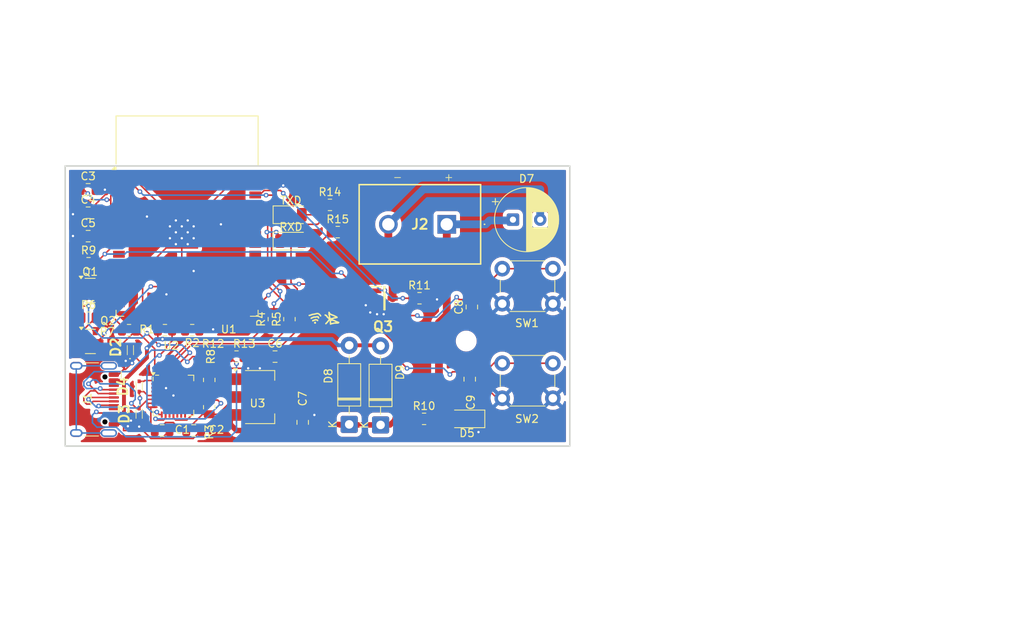
<source format=kicad_pcb>
(kicad_pcb (version 20241229) (generator "pcbnew") (generator_version "9.0")
  (layers (0 "F.Cu" signal) (2 "B.Cu" signal) (13 "F.Paste" user) (15 "B.Paste" user) (5 "F.SilkS" user "F.Silkscreen") (7 "B.SilkS" user "B.Silkscreen") (1 "F.Mask" user) (3 "B.Mask" user) (25 "Edge.Cuts" user))
  (net 0 "")
  (net 1 "GND")
  (net 2 "/EN")
  (net 3 "IN_5V")
  (net 4 "/USB-")
  (net 5 "/USB+")
  (net 6 "Net-(D5-A)")
  (net 7 "unconnected-(J1-SHIELD-PadS1)")
  (net 8 "Net-(J1-CC1)")
  (net 9 "Net-(J1-CC2)")
  (net 10 "Net-(J2-Pin_2)")
  (net 11 "Net-(Q1-B)")
  (net 12 "/RTS")
  (net 13 "/IO0")
  (net 14 "Net-(Q2-B)")
  (net 15 "/DTR")
  (net 16 "Net-(Q3-G)")
  (net 17 "Net-(U2-VBUS)")
  (net 18 "Net-(U2-~{RST})")
  (net 19 "/TXD0")
  (net 20 "/TXD")
  (net 21 "/RXD")
  (net 22 "/RXD0")
  (net 23 "Net-(U2-~{SUSPEND})")
  (net 69 "VDD33")
  (net 70 "VBUS")
  (net 71 "Net-(D1-A)")
  (net 72 "Net-(D6-A)")
  (footprint "SamacSys_Parts:LESD5D50CT1G" (layer "F.Cu") (at 59 114.34 90)
    (property "Reference" "D4")
    (property "Value" "LESD5D5.0CT1G" (hide yes))
  )
  (footprint "Capacitor_SMD:C_0805_2012Metric" (layer "F.Cu") (at 52.45 95.02)
    (property "Reference" "C5")
    (property "Value" "0.1uF/50V(10%)")
  )
  (footprint "Package_DFN_QFN:QFN-28-1EP_5x5mm_P0.5mm_EP3.35x3.35mm" (layer "F.Cu") (at 63.4 115.5)
    (property "Reference" "U2")
    (property "Value" "CP2102N-Axx-xQFN28")
  )
  (footprint "Resistor_SMD:R_0805_2012Metric" (layer "F.Cu") (at 95.5875 118.5)
    (property "Reference" "R10")
    (property "Value" "2K")
  )
  (footprint "Button_Switch_THT:SW_PUSH_6mm_H4.3mm" (layer "F.Cu") (at 112.125 103.7 180)
    (property "Reference" "SW1")
    (property "Value" "SW_Push")
  )
  (footprint "SamacSys_Parts:LESD5D50CT1G" (layer "F.Cu") (at 59 117.84 -90)
    (property "Reference" "D3")
    (property "Value" "LESD5D5.0CT1G" (hide yes))
  )
  (footprint "Package_TO_SOT_SMD:SOT-23" (layer "F.Cu") (at 52.7 102)
    (property "Reference" "Q1")
    (property "Value" "SS8050")
  )
  (footprint "Resistor_SMD:R_0805_2012Metric" (layer "F.Cu") (at 68 117 90)
    (property "Reference" "R3")
    (property "Value" "2K(5%)")
  )
  (footprint "SamacSys_Parts:LESD5D50CT1G" (layer "F.Cu") (at 57.875 109.665 90)
    (property "Reference" "D2")
    (property "Value" "LESD5D5.0CT1G" (hide yes))
  )
  (footprint "Capacitor_SMD:C_0805_2012Metric" (layer "F.Cu") (at 101.725 104.125 90)
    (property "Reference" "C8")
    (property "Value" "0.1uF")
  )
  (footprint "LOGO" (layer "F.Cu") (at 81.804516 105.167182)
    (property "Reference" "G***" (hide yes))
    (property "Value" "LOGO" (hide yes))
  )
  (footprint "Capacitor_SMD:C_0805_2012Metric" (layer "F.Cu") (at 66 120 180)
    (property "Reference" "C2")
    (property "Value" "0.1uF/50V(10%)")
  )
  (footprint "Capacitor_SMD:C_0805_2012Metric" (layer "F.Cu") (at 80 118.95 90)
    (property "Reference" "C7")
    (property "Value" "22uF")
  )
  (footprint "Resistor_SMD:R_0805_2012Metric" (layer "F.Cu") (at 68 113.5 90)
    (property "Reference" "R8")
    (property "Value" "10K(5%)NC")
  )
  (footprint "Resistor_SMD:R_0805_2012Metric" (layer "F.Cu") (at 83.5 91)
    (property "Reference" "R14")
    (property "Value" "2.2K")
  )
  (footprint "Capacitor_SMD:C_0805_2012Metric" (layer "F.Cu") (at 52.45 92.01)
    (property "Reference" "C4")
    (property "Value" "22uF/10V(20%)")
  )
  (footprint "Resistor_SMD:R_0805_2012Metric" (layer "F.Cu") (at 52.5 105.5)
    (property "Reference" "R6")
    (property "Value" "10K(5%)")
  )
  (footprint "Resistor_SMD:R_0805_2012Metric" (layer "F.Cu") (at 65.8125 107.1 180)
    (property "Reference" "R2")
    (property "Value" "47.5k(1%)")
  )
  (footprint "Button_Switch_THT:SW_PUSH_6mm_H4.3mm" (layer "F.Cu") (at 112.125 115.85 180)
    (property "Reference" "SW2")
    (property "Value" "SW_Push")
  )
  (footprint "Resistor_SMD:R_0805_2012Metric" (layer "F.Cu") (at 68.0875 110.5)
    (property "Reference" "R12")
    (property "Value" "5.1k")
  )
  (footprint "RF_Module:ESP32-WROOM-32" (layer "F.Cu") (at 65.155 95.435)
    (property "Reference" "U1")
    (property "Value" "ESP32-WROOM-32")
  )
  (footprint "SamacSys_Parts:SOT95P237X112-3N" (layer "F.Cu") (at 90.5 103)
    (property "Reference" "Q3")
    (property "Value" "IRLML2502TRPBF" (hide yes))
  )
  (footprint "Package_TO_SOT_SMD:SOT-223-3_TabPin2" (layer "F.Cu") (at 74.5 115.7)
    (property "Reference" "U3")
    (property "Value" "AMS1117-3.3")
  )
  (footprint "Diode_THT:D_DO-41_SOD81_P10.16mm_Horizontal" (layer "F.Cu") (at 85.975 119.21 90)
    (property "Reference" "D8")
    (property "Value" "1N5819")
  )
  (footprint "Resistor_SMD:R_0805_2012Metric" (layer "F.Cu") (at 62.3125 107.1)
    (property "Reference" "R1")
    (property "Value" "22.1K(1%)")
  )
  (footprint "LED_SMD:LED_1206_3216Metric" (layer "F.Cu") (at 78.49 92.27)
    (property "Reference" "TXD")
    (property "Value" "LED")
  )
  (footprint "Connector_USB:USB_C_Receptacle_HCTL_HC-TYPE-C-16P-01A" (layer "F.Cu") (at 52 116 -90)
    (property "Reference" "J1")
    (property "Value" "USB_C_Receptacle_USB2.0_14P")
  )
  (footprint "Resistor_SMD:R_0805_2012Metric" (layer "F.Cu") (at 71.5 110.5)
    (property "Reference" "R13")
    (property "Value" "5.1K")
  )
  (footprint "LED_SMD:LED_1206_3216Metric" (layer "F.Cu") (at 101.1 118.5 180)
    (property "Reference" "D5")
    (property "Value" "LED")
  )
  (footprint "Resistor_SMD:R_0805_2012Metric" (layer "F.Cu") (at 95 103)
    (property "Reference" "R11")
    (property "Value" "33K")
  )
  (footprint "Resistor_SMD:R_0805_2012Metric" (layer "F.Cu") (at 78.3 105.6875 90)
    (property "Reference" "R5")
    (property "Value" "0R")
  )
  (footprint "SamacSys_Parts:TB00475002GR" (layer "F.Cu") (at 98.5 93.5 180)
    (property "Reference" "J2")
    (property "Value" "Screw_Terminal_01x02" (hide yes))
  )
  (footprint "Capacitor_SMD:C_0805_2012Metric" (layer "F.Cu") (at 76.45 110.5)
    (property "Reference" "C6")
    (property "Value" "22uF")
  )
  (footprint "Resistor_SMD:R_0805_2012Metric" (layer "F.Cu") (at 84.5 94.5)
    (property "Reference" "R15")
    (property "Value" "2.2K")
  )
  (footprint "Capacitor_SMD:C_0805_2012Metric" (layer "F.Cu") (at 52.45 89)
    (property "Reference" "C3")
    (property "Value" "0.1uF/50V(10%)")
  )
  (footprint "Capacitor_THT:CP_Radial_D8.0mm_P3.50mm" (layer "F.Cu") (at 107 92.9)
    (property "Reference" "D7")
    (property "Value" "1000uF")
  )
  (footprint "Diode_THT:D_DO-41_SOD81_P10.16mm_Horizontal" (layer "F.Cu") (at 90 119.28 90)
    (property "Reference" "D9")
    (property "Value" "1N5819")
  )
  (footprint "Resistor_SMD:R_0805_2012Metric" (layer "F.Cu") (at 76.3 105.6875 90)
    (property "Reference" "R4")
    (property "Value" "0R")
  )
  (footprint "Package_TO_SOT_SMD:SOT-23" (layer "F.Cu") (at 52.7375 108.55)
    (property "Reference" "Q2")
    (property "Value" "SS8050")
  )
  (footprint "LED_SMD:LED_1206_3216Metric" (layer "F.Cu") (at 78.49 95.66)
    (property "Reference" "RXD")
    (property "Value" "LED")
  )
  (footprint "Capacitor_SMD:C_0805_2012Metric" (layer "F.Cu") (at 101.45 113.4 90)
    (property "Reference" "C9")
    (property "Value" "0.1uF")
  )
  (footprint "Resistor_SMD:R_0805_2012Metric" (layer "F.Cu") (at 52.5 98.5)
    (property "Reference" "R9")
    (property "Value" "10K(5%)")
  )
  (footprint "Resistor_SMD:R_0805_2012Metric" (layer "F.Cu") (at 57.7 107.1 180)
    (property "Reference" "R7")
    (property "Value" "10K(5%)")
  )
  (footprint "MountingHole:MountingHole_2.2mm_M2" (layer "F.Cu") (at 101 108.5)
    (property "Reference" "REF**" (hide yes))
    (property "Value" "MountingHole_2.2mm_M2")
  )
  (footprint "Capacitor_SMD:C_0805_2012Metric" (layer "F.Cu") (at 61.95 120 180)
    (property "Reference" "C1")
    (property "Value" "10uF/10V(20%)")
  )
  (gr_rect (start 49.5 86) (end 114.3 122) (stroke (width 0.2)) (fill no) (layer "Edge.Cuts"))
  (gr_text "-       +\n" (at 91.5 88 0) (layer "F.SilkS") (effects (font (size 1 1) (thickness 0.1)) (justify left bottom)))
  (segment (start 66.95 120) (end 65.924 121.026) (width 0.2) (layer "F.Cu") (net 1))
  (segment (start 60.51484 121.026) (end 59 119.51116) (width 0.2) (layer "F.Cu") (net 1))
  (segment (start 59.6 113.68) (end 59 113.68) (width 0.2) (layer "F.Cu") (net 1))
  (segment (start 57.8975 87.185) (end 63.7125 93) (width 0.2) (layer "F.Cu") (net 1))
  (segment (start 59.706 113.574) (end 59.6 113.68) (width 0.2) (layer "F.Cu") (net 1))
  (segment (start 104.25 105.075) (end 105.625 103.7) (width 0.2) (layer "F.Cu") (net 1))
  (segment (start 64.475 96.05) (end 64.475 97.975) (width 0.2) (layer "F.Cu") (net 1))
  (segment (start 51.5 92.01) (end 50.69 92.01) (width 0.2) (layer "F.Cu") (net 1))
  (segment (start 62.9 120) (end 61.874 121.026) (width 0.2) (layer "F.Cu") (net 1))
  (segment (start 66.725 107.1) (end 68.4 107.1) (width 0.2) (layer "F.Cu") (net 1))
  (segment (start 62.9 115) (end 63.4 115.5) (width 0.2) (layer "F.Cu") (net 1))
  (segment (start 69 110.5) (end 70.5 112) (width 0.2) (layer "F.Cu") (net 1))
  (segment (start 57.275 109.605) (end 57.275 111.05) (width 0.2) (layer "F.Cu") (net 1))
  (segment (start 61.874 121.026) (end 60.51484 121.026) (width 0.2) (layer "F.Cu") (net 1))
  (segment (start 71.815 87.185) (end 66 93) (width 0.2) (layer "F.Cu") (net 1))
  (segment (start 51.5 95.02) (end 50.52 95.02) (width 0.2) (layer "F.Cu") (net 1))
  (segment (start 97.1 103) (end 97.25 103.15) (width 0.2) (layer "F.Cu") (net 1))
  (segment (start 68.4 107.1) (end 68.5 107) (width 0.2) (layer "F.Cu") (net 1))
  (segment (start 77.4 110.5) (end 75.9 112) (width 0.2) (layer "F.Cu") (net 1))
  (segment (start 55.745 112.8) (end 56.35147 112.8) (width 0.2) (layer "F.Cu") (net 1))
  (segment (start 57 119.2) (end 57.475 119.2) (width 0.2) (layer "F.Cu") (net 1))
  (segment (start 72.4125 110.5) (end 72.4125 111.4125) (width 0.2) (layer "F.Cu") (net 1))
  (segment (start 89.45 103.95) (end 89.45 104.95) (width 0.2) (layer "F.Cu") (net 1))
  (segment (start 59.445 104.945) (end 59.445 104.555) (width 0.2) (layer "F.Cu") (net 1))
  (segment (start 69 111.5875) (end 68 112.5875) (width 0.2) (layer "F.Cu") (net 1))
  (segment (start 57.249265 112.150735) (end 58.075 111.325) (width 0.2) (layer "F.Cu") (net 1))
  (segment (start 56.35147 112.8) (end 57.000735 112.150735) (width 0.2) (layer "F.Cu") (net 1))
  (segment (start 62.45 114.55) (end 63.4 115.5) (width 0.2) (layer "F.Cu") (net 1))
  (segment (start 59 119.51116) (end 59 119.5) (width 0.2) (layer "F.Cu") (net 1))
  (segment (start 62.95 94.525) (end 62.025 94.525) (width 0.2) (layer "F.Cu") (net 1))
  (segment (start 59 119.5) (end 58.5 120) (width 0.2) (layer "F.Cu") (net 1))
  (segment (start 60.95 115) (end 62.9 115) (width 0.2) (layer "F.Cu") (net 1))
  (segment (start 59.445 99.555) (end 62.95 96.05) (width 0.2) (layer "F.Cu") (net 1))
  (segment (start 57.3 119.2) (end 57.55 119.45) (width 0.2) (layer "F.Cu") (net 1))
  (segment (start 62.45 114.55) (end 61.474 113.574) (width 0.2) (layer "F.Cu") (net 1))
  (segment (start 55.815 87.185) (end 54.6 88.4) (width 0.2) (layer "F.Cu") (net 1))
  (segment (start 50.52 95.02) (end 50.5 95) (width 0.2) (layer "F.Cu") (net 1))
  (segment (start 56.405 87.185) (end 55.815 87.185) (width 0.2) (layer "F.Cu") (net 1))
  (segment (start 76.185 87.185) (end 77.5 88.5) (width 0.2) (layer "F.Cu") (net 1))
  (segment (start 54.55 89) (end 54.6 89.05) (width 0.2) (layer "F.Cu") (net 1))
  (segment (start 73.905 87.185) (end 76.185 87.185) (width 0.2) (layer "F.Cu") (net 1))
  (segment (start 66 94.525) (end 68.475 94.525) (width 0.2) (layer "F.Cu") (net 1))
  (segment (start 57.100735 112.050735) (end 56.511583 111.461583) (width 0.2) (layer "F.Cu") (net 1))
  (segment (start 58.855 118.645) (end 58.775 118.725) (width 0.2) (layer "F.Cu") (net 1))
  (segment (start 57.000735 112.150735) (end 57.100735 112.050735) (width 0.2) (layer "F.Cu") (net 1))
  (segment (start 72.4125 111.4125) (end 73 112) (width 0.2) (layer "F.Cu") (net 1))
  (segment (start 59.445 104.945) (end 59.445 99.555) (width 0.2) (layer "F.Cu") (net 1))
  (segment (start 53.4 89) (end 54.55 89) (width 0.2) (layer "F.Cu") (net 1))
  (segment (start 103.45 114.35) (end 104.75 115.65) (width 0.2) (layer "F.Cu") (net 1))
  (segment (start 57.100735 112.050735) (end 57.100735 111.224265) (width 0.2) (layer "F.Cu") (net 1))
  (segment (start 56.405 87.185) (end 57.8975 87.185) (width 0.2) (layer "F.Cu") (net 1))
  (segment (start 58.5 120) (end 57 120) (width 0.2) (layer "F.Cu") (net 1))
  (segment (start 64.475 97.975) (end 66 99.5) (width 0.2) (layer "F.Cu") (net 1))
  (segment (start 65.924 121.026) (end 61.874 121.026) (width 0.2) (layer "F.Cu") (net 1))
  (segment (start 57.875 109.005) (end 57.275 109.605) (width 0.2) (layer "F.Cu") (net 1))
  (segment (start 57.000735 112.150735) (end 57.249265 112.150735) (width 0.2) (layer "F.Cu") (net 1))
  (segment (start 62.025 94.525) (end 60 92.5) (width 0.2) (layer "F.Cu") (net 1))
  (segment (start 95.9125 103) (end 97.1 103) (width 0.2) (layer "F.Cu") (net 1))
  (segment (start 102.5 118.5) (end 102.5 120.125) (width 0.2) (layer "F.Cu") (net 1))
  (segment (start 73 112) (end 70.5 112) (width 0.2) (layer "F.Cu") (net 1))
  (segment (start 66 94.525) (end 66 95.2875) (width 0.2) (layer "F.Cu") (net 1))
  (segment (start 101.725 105.075) (end 104.25 105.075) (width 0.2) (layer "F.Cu") (net 1))
  (segment (start 89.45 103.95) (end 89.45 104.1) (width 0.2) (layer "F.Cu") (net 1))
  (segment (start 89.45 104.95) (end 89.55 105.05) (width 0.2) (layer "F.Cu") (net 1))
  (segment (start 55.745 119.2) (end 57 119.2) (width 0.2) (layer "F.Cu") (net 1))
  (segment (start 68.475 94.525) (end 69.5 93.5) (width 0.2) (layer "F.Cu") (net 1))
  (segment (start 61.474 113.574) (end 59.706 113.574) (width 0.2) (layer "F.Cu") (net 1))
  (segment (start 61.5 102.5) (end 62.5 102.5) (width 0.2) (layer "F.Cu") (net 1))
  (segment (start 102.5 120.125) (end 102.575 120.2) (width 0.2) (layer "F.Cu") (net 1))
  (segment (start 89.45 104.1) (end 90.4 105.05) (width 0.2) (layer "F.Cu") (net 1))
  (segment (start 54.6 88.4) (end 54.6 89.05) (width 0.2) (layer "F.Cu") (net 1))
  (segment (start 101.45 114.35) (end 103.45 114.35) (width 0.2) (layer "F.Cu") (net 1))
  (segment (start 89.45 103.95) (end 88.15 103.95) (width 0.2) (layer "F.Cu") (net 1))
  (segment (start 88.15 103.95) (end 88.1 103.9) (width 0.2) (layer "F.Cu") (net 1))
  (segment (start 80 118) (end 81.5 118) (width 0.2) (layer "F.Cu") (net 1))
  (segment (start 57.100735 111.224265) (end 57.275 111.05) (width 0.2) (layer "F.Cu") (net 1))
  (segment (start 75.9 112) (end 74.5 112) (width 0.2) (layer "F.Cu") (net 1))
  (segment (start 57.475 119.2) (end 57.95 118.725) (width 0.2) (layer "F.Cu") (net 1))
  (segment (start 70.5 112) (end 70.5 112.55) (width 0.2) (layer "F.Cu") (net 1))
  (segment (start 89.45 103.95) (end 89.45 104.05) (width 0.2) (layer "F.Cu") (net 1))
  (segment (start 66 96.05) (end 65.2375 96.05) (width 0.2) (layer "F.Cu") (net 1))
  (segment (start 59.445 104.555) (end 61.5 102.5) (width 0.2) (layer "F.Cu") (net 1))
  (segment (start 89.45 104.05) (end 88.674265 104.825735) (width 0.2) (layer "F.Cu") (net 1))
  (segment (start 69 110.5) (end 69 111.5875) (width 0.2) (layer "F.Cu") (net 1))
  (segment (start 58.775 118.725) (end 57.95 118.725) (width 0.2) (layer "F.Cu") (net 1))
  (segment (start 57 119.2) (end 57.3 119.2) (width 0.2) (layer "F.Cu") (net 1))
  (segment (start 57 120) (end 57 119.2) (width 0.2) (layer "F.Cu") (net 1))
  (segment (start 73.905 87.185) (end 71.815 87.185) (width 0.2) (layer "F.Cu") (net 1))
  (segment (start 50.69 92.01) (end 50.5 92.2) (width 0.2) (layer "F.Cu") (net 1))
  (segment (start 56.511583 111.461583) (end 56.511583 110.020144) (width 0.2) (layer "F.Cu") (net 1))
  (segment (start 70.5 112.55) (end 71.35 113.4) (width 0.2) (layer "F.Cu") (net 1))
  (via (at 56.511583 110.020144) (size 0.6) (drill 0.3) (layers "F.Cu" "B.Cu") (net 1))
  (via (at 57.95 118.725) (size 0.6) (drill 0.3) (layers "F.Cu" "B.Cu") (net 1))
  (via (at 57.275 111.05) (size 0.6) (drill 0.3) (layers "F.Cu" "B.Cu") (net 1))
  (via (at 88.674265 104.825735) (size 0.6) (drill 0.3) (layers "F.Cu" "B.Cu") (net 1))
  (via (at 63.4 115.5) (size 0.6) (drill 0.3) (layers "F.Cu" "B.Cu") (net 1))
  (via (at 68.5 107) (size 0.6) (drill 0.3) (layers "F.Cu" "B.Cu") (net 1))
  (via (at 90.4 105.05) (size 0.6) (drill 0.3) (layers "F.Cu" "B.Cu") (net 1))
  (via (at 66 99.5) (size 0.6) (drill 0.3) (layers "F.Cu" "B.Cu") (net 1))
  (via (at 50.5 92.2) (size 0.6) (drill 0.3) (layers "F.Cu" "B.Cu") (net 1))
  (via (at 60 92.5) (size 0.6) (drill 0.3) (layers "F.Cu" "B.Cu") (net 1))
  (via (at 73 112) (size 0.6) (drill 0.3) (layers "F.Cu" "B.Cu") (net 1))
  (via (at 58.075 111.325) (size 0.6) (drill 0.3) (layers "F.Cu" "B.Cu") (net 1))
  (via (at 62.5 102.5) (size 0.6) (drill 0.3) (layers "F.Cu" "B.Cu") (net 1))
  (via (at 57.55 119.45) (size 0.6) (drill 0.3) (layers "F.Cu" "B.Cu") (net 1))
  (via (at 81.5 118) (size 0.6) (drill 0.3) (layers "F.Cu" "B.Cu") (net 1))
  (via (at 50.5 95) (size 0.6) (drill 0.3) (layers "F.Cu" "B.Cu") (net 1))
  (via (at 62.45 114.55) (size 0.6) (drill 0.3) (layers "F.Cu" "B.Cu") (net 1))
  (via (at 97.25 103.15) (size 0.6) (drill 0.3) (layers "F.Cu" "B.Cu") (net 1))
  (via (at 89.55 105.05) (size 0.6) (drill 0.3) (layers "F.Cu" "B.Cu") (net 1))
  (via (at 59 119.5) (size 0.6) (drill 0.3) (layers "F.Cu" "B.Cu") (net 1))
  (via (at 69.5 93.5) (size 0.6) (drill 0.3) (layers "F.Cu" "B.Cu") (net 1))
  (via (at 77.5 88.5) (size 0.6) (drill 0.3) (layers "F.Cu" "B.Cu") (net 1))
  (via (at 88.1 103.9) (size 0.6) (drill 0.3) (layers "F.Cu" "B.Cu") (net 1))
  (via (at 74.5 112) (size 0.6) (drill 0.3) (layers "F.Cu" "B.Cu") (net 1))
  (via (at 54.6 89.05) (size 0.6) (drill 0.3) (layers "F.Cu" "B.Cu") (net 1))
  (via (at 102.575 120.2) (size 0.6) (drill 0.3) (layers "F.Cu" "B.Cu") (net 1))
  (segment (start 53.6375 98.725) (end 53.4125 98.5) (width 0.2) (layer "F.Cu") (net 2))
  (segment (start 90.242478 103.349) (end 92.118478 105.225) (width 0.2) (layer "F.Cu") (net 2))
  (segment (start 105.625 99.2) (end 112.125 99.2) (width 0.2) (layer "F.Cu") (net 2))
  (segment (start 84.95 99.7) (end 88.599 103.349) (width 0.2) (layer "F.Cu") (net 2))
  (segment (start 54.838265 90.338265) (end 55.192265 90.338265) (width 0.2) (layer "F.Cu") (net 2))
  (segment (start 101.725 103.175) (end 105.625 99.275) (width 0.2) (layer "F.Cu") (net 2))
  (segment (start 51.5 89) (end 51.858424 89) (width 0.2) (layer "F.Cu") (net 2))
  (segment (start 55.354 89.826) (end 55.354 90.5) (width 0.2) (layer "F.Cu") (net 2))
  (segment (start 55.455 89.725) (end 55.354 89.826) (width 0.2) (layer "F.Cu") (net 2))
  (segment (start 88.599 103.349) (end 90.242478 103.349) (width 0.2) (layer "F.Cu") (net 2))
  (segment (start 55.192265 90.338265) (end 55.354 90.5) (width 0.2) (layer "F.Cu") (net 2))
  (segment (start 53.6375 102) (end 53.6375 98.725) (width 0.2) (layer "F.Cu") (net 2))
  (segment (start 51.858424 89) (end 52.401929 89.543505) (width 0.2) (layer "F.Cu") (net 2))
  (segment (start 105.625 99.275) (end 105.625 99.2) (width 0.2) (layer "F.Cu") (net 2))
  (segment (start 55.354 96.5585) (end 53.4125 98.5) (width 0.2) (layer "F.Cu") (net 2))
  (segment (start 101.725 103.175) (end 100.1 103.175) (width 0.2) (layer "F.Cu") (net 2))
  (segment (start 100.1 103.175) (end 99.775 102.85) (width 0.2) (layer "F.Cu") (net 2))
  (segment (start 55.354 90.5) (end 55.354 96.5585) (width 0.2) (layer "F.Cu") (net 2))
  (segment (start 56.405 89.725) (end 55.455 89.725) (width 0.2) (layer "F.Cu") (net 2))
  (segment (start 92.118478 105.225) (end 94.725 105.225) (width 0.2) (layer "F.Cu") (net 2))
  (via (at 99.775 102.85) (size 0.6) (drill 0.3) (layers "F.Cu" "B.Cu") (net 2))
  (via (at 54.59375 97.31875) (size 0.6) (drill 0.3) (layers "F.Cu" "B.Cu") (net 2))
  (via (at 54.838265 90.338265) (size 0.6) (drill 0.3) (layers "F.Cu" "B.Cu") (net 2))
  (via (at 52.401929 89.543505) (size 0.6) (drill 0.3) (layers "F.Cu" "B.Cu") (net 2))
  (via (at 94.725 105.225) (size 0.6) (drill 0.3) (layers "F.Cu" "B.Cu") (net 2))
  (via (at 84.95 99.7) (size 0.6) (drill 0.3) (layers "F.Cu" "B.Cu") (net 2))
  (segment (start 94.925 105.425) (end 97.2 105.425) (width 0.2) (layer "B.Cu") (net 2))
  (segment (start 52.401929 89.543505) (end 53.196689 90.338265) (width 0.2) (layer "B.Cu") (net 2))
  (segment (start 53.196689 90.338265) (end 54.838265 90.338265) (width 0.2) (layer "B.Cu") (net 2))
  (segment (start 84.85 99.8) (end 84.95 99.7) (width 0.2) (layer "B.Cu") (net 2))
  (segment (start 81.073943 97.049) (end 83.824943 99.8) (width 0.2) (layer "B.Cu") (net 2))
  (segment (start 54.59375 97.31875) (end 57.15625 97.31875) (width 0.2) (layer "B.Cu") (net 2))
  (segment (start 57.426 97.049) (end 81.073943 97.049) (width 0.2) (layer "B.Cu") (net 2))
  (segment (start 97.2 105.425) (end 99.775 102.85) (width 0.2) (layer "B.Cu") (net 2))
  (segment (start 83.824943 99.8) (end 84.85 99.8) (width 0.2) (layer "B.Cu") (net 2))
  (segment (start 94.725 105.225) (end 94.925 105.425) (width 0.2) (layer "B.Cu") (net 2))
  (segment (start 57.15625 97.31875) (end 57.426 97.049) (width 0.2) (layer "B.Cu") (net 2))
  (segment (start 70.7 118) (end 70.7 119.2) (width 0.7) (layer "F.Cu") (net 3))
  (segment (start 84.745 119.28) (end 84.675 119.21) (width 0.2) (layer "F.Cu") (net 3))
  (segment (start 97.499 113.001) (end 97.499 106.1385) (width 1) (layer "F.Cu") (net 3))
  (segment (start 82 120) (end 82.79 119.21) (width 0.7) (layer "F.Cu") (net 3))
  (segment (start 92 118.5) (end 94.675 118.5) (width 0.7) (layer "F.Cu") (net 3))
  (segment (start 92 118.5) (end 97.499 113.001) (width 1) (layer "F.Cu") (net 3))
  (segment (start 71.5 120) (end 82 120) (width 0.7) (layer "F.Cu") (net 3))
  (segment (start 82.79 119.21) (end 84.675 119.21) (width 0.7) (layer "F.Cu") (net 3))
  (segment (start 70.7 119.2) (end 71.5 120) (width 0.7) (layer "F.Cu") (net 3))
  (segment (start 98.5 105.1375) (end 98.5 93.5) (width 1) (layer "F.Cu") (net 3))
  (segment (start 84.745 119.28) (end 91.22 119.28) (width 0.7) (layer "F.Cu") (net 3))
  (segment (start 97.499 106.1385) (end 98.5 105.1375) (width 1) (layer "F.Cu") (net 3))
  (segment (start 91.22 119.28) (end 92 118.5) (width 0.7) (layer "F.Cu") (net 3))
  (segment (start 104 93) (end 106.9 93) (width 1) (layer "B.Cu") (net 3))
  (segment (start 103.5 93.5) (end 104 93) (width 1) (layer "B.Cu") (net 3))
  (segment (start 106.9 93) (end 107 92.9) (width 1) (layer "B.Cu") (net 3))
  (segment (start 98.5 93.5) (end 103.5 93.5) (width 1) (layer "B.Cu") (net 3))
  (segment (start 58.92 117.18) (end 60.1 116) (width 0.2) (layer "F.Cu") (net 4))
  (segment (start 53.099943 116.25) (end 52.748943 116.601) (width 0.2) (layer "F.Cu") (net 4))
  (segment (start 60.1 116) (end 60.95 116) (width 0.2) (layer "F.Cu") (net 4))
  (segment (start 53.75 115.25) (end 53.405 114.905) (width 0.2) (layer "F.Cu") (net 4))
  (segment (start 55.745 116.25) (end 53.099943 116.25) (width 0.2) (layer "F.Cu") (net 4))
  (segment (start 58.68 117.18) (end 58.92 117.18) (width 0.2) (layer "F.Cu") (net 4))
  (segment (start 52.748943 116.601) (end 52.251057 116.601) (width 0.2) (layer "F.Cu") (net 4))
  (segment (start 52.251057 116.601) (end 51.899 116.248943) (width 0.2) (layer "F.Cu") (net 4))
  (segment (start 53.405 114.905) (end 52.5 114) (width 0.2) (layer "F.Cu") (net 4))
  (segment (start 55.745 115.25) (end 53.75 115.25) (width 0.2) (layer "F.Cu") (net 4))
  (segment (start 58 116.5) (end 58.68 117.18) (width 0.2) (layer "F.Cu") (net 4))
  (segment (start 51.899 116.248943) (end 51.899 115.751057) (width 0.2) (layer "F.Cu") (net 4))
  (segment (start 51.899 115.751057) (end 52.745057 114.905) (width 0.2) (layer "F.Cu") (net 4))
  (segment (start 52.745057 114.905) (end 53.405 114.905) (width 0.2) (layer "F.Cu") (net 4))
  (via (at 52.5 114) (size 0.6) (drill 0.3) (layers "F.Cu" "B.Cu") (net 4))
  (via (at 58 116.5) (size 0.6) (drill 0.3) (layers "F.Cu" "B.Cu") (net 4))
  (segment (start 58.5 115) (end 57.5 114) (width 0.2) (layer "B.Cu") (net 4))
  (segment (start 54 114) (end 53.5 113.5) (width 0.2) (layer "B.Cu") (net 4))
  (segment (start 53 113.5) (end 52.5 114) (width 0.2) (layer "B.Cu") (net 4))
  (segment (start 57.5 114) (end 54 114) (width 0.2) (layer "B.Cu") (net 4))
  (segment (start 58.5 116) (end 58.5 115) (width 0.2) (layer "B.Cu") (net 4))
  (segment (start 53.5 113.5) (end 53 113.5) (width 0.2) (layer "B.Cu") (net 4))
  (segment (start 58 116.5) (end 58.5 116) (width 0.2) (layer "B.Cu") (net 4))
  (segment (start 60.1 115.5) (end 60.95 115.5) (width 0.2) (layer "F.Cu") (net 5))
  (segment (start 59 115.4) (end 59 115) (width 0.2) (layer "F.Cu") (net 5))
  (segment (start 52.75 115.75) (end 52.5 116) (width 0.2) (layer "F.Cu") (net 5))
  (segment (start 53.9 116.75) (end 53.8 116.85) (width 0.2) (layer "F.Cu") (net 5))
  (segment (start 59.1 115.5) (end 59 115.4) (width 0.2) (layer "F.Cu") (net 5))
  (segment (start 59 115) (end 59.6 115) (width 0.2) (layer "F.Cu") (net 5))
  (segment (start 59.1 115.86) (end 59.1 115.5) (width 0.2) (layer "F.Cu") (net 5))
  (segment (start 59.6 115) (end 60.1 115.5) (width 0.2) (layer "F.Cu") (net 5))
  (segment (start 55.745 116.75) (end 53.9 116.75) (width 0.2) (layer "F.Cu") (net 5))
  (segment (start 55.745 115.75) (end 52.75 115.75) (width 0.2) (layer "F.Cu") (net 5))
  (via (at 53.8 116.85) (size 0.6) (drill 0.3) (layers "F.Cu" "B.Cu") (net 5))
  (via (at 52.5 116) (size 0.6) (drill 0.3) (layers "F.Cu" "B.Cu") (net 5))
  (via (at 59.1 115.86) (size 0.6) (drill 0.3) (layers "F.Cu" "B.Cu") (net 5))
  (segment (start 53.5 117) (end 57.5 117) (width 0.2) (layer "B.Cu") (net 5))
  (segment (start 59.1 116.749943) (end 59.1 115.86) (width 0.2) (layer "B.Cu") (net 5))
  (segment (start 57.5 117) (end 57.601 117.101) (width 0.2) (layer "B.Cu") (net 5))
  (segment (start 57.601 117.101) (end 58.748943 117.101) (width 0.2) (layer "B.Cu") (net 5))
  (segment (start 52.5 116) (end 53.5 117) (width 0.2) (layer "B.Cu") (net 5))
  (segment (start 58.748943 117.101) (end 59.1 116.749943) (width 0.2) (layer "B.Cu") (net 5))
  (segment (start 53.65 116.85) (end 53.5 117) (width 0.2) (layer "B.Cu") (net 5))
  (segment (start 53.8 116.85) (end 53.65 116.85) (width 0.2) (layer "B.Cu") (net 5))
  (segment (start 99.7 118.5) (end 96.5 118.5) (width 0.2) (layer "F.Cu") (net 6))
  (segment (start 55.105 111.68) (end 50.925 111.68) (width 0.2) (layer "B.Cu") (net 7))
  (segment (start 50.925 120.32) (end 55.105 120.32) (width 0.2) (layer "B.Cu") (net 7))
  (segment (start 50.925 111.68) (end 50.925 120.32) (width 0.2) (layer "B.Cu") (net 7))
  (segment (start 54.15 114.75) (end 55.745 114.75) (width 0.2) (layer "F.Cu") (net 8))
  (segment (start 65.86416 110.5) (end 65.18208 111.18208) (width 0.2) (layer "F.Cu") (net 8))
  (segment (start 54 114.6) (end 54.15 114.75) (width 0.2) (layer "F.Cu") (net 8))
  (segment (start 67.175 110.5) (end 65.86416 110.5) (width 0.2) (layer "F.Cu") (net 8))
  (via (at 65.18208 111.18208) (size 0.6) (drill 0.3) (layers "F.Cu" "B.Cu") (net 8))
  (via (at 54 114.6) (size 0.6) (drill 0.3) (layers "F.Cu" "B.Cu") (net 8))
  (segment (start 65.18208 111.18208) (end 63.668943 109.668943) (width 0.2) (layer "B.Cu") (net 8))
  (segment (start 60.601 109.668943) (end 57.835943 112.434) (width 0.2) (layer "B.Cu") (net 8))
  (segment (start 52.250057 114.6) (end 54 114.6) (width 0.2) (layer "B.Cu") (net 8))
  (segment (start 57.835943 112.434) (end 53.216057 112.434) (width 0.2) (layer "B.Cu") (net 8))
  (segment (start 51.899 113.751057) (end 51.899 114.248943) (width 0.2) (layer "B.Cu") (net 8))
  (segment (start 53.216057 112.434) (end 51.899 113.751057) (width 0.2) (layer "B.Cu") (net 8))
  (segment (start 51.899 114.248943) (end 52.250057 114.6) (width 0.2) (layer "B.Cu") (net 8))
  (segment (start 63.668943 109.668943) (end 60.601 109.668943) (width 0.2) (layer "B.Cu") (net 8))
  (segment (start 70.5875 110.5) (end 70.6 110.5) (width 0.2) (layer "F.Cu") (net 9))
  (segment (start 53.5 117.6) (end 53.65 117.75) (width 0.2) (layer "F.Cu") (net 9))
  (segment (start 53.65 117.75) (end 55.745 117.75) (width 0.2) (layer "F.Cu") (net 9))
  (segment (start 70.6 110.5) (end 71.5 111.4) (width 0.2) (layer "F.Cu") (net 9))
  (via (at 71.5 111.4) (size 0.6) (drill 0.3) (layers "F.Cu" "B.Cu") (net 9))
  (via (at 53.5 117.6) (size 0.6) (drill 0.3) (layers "F.Cu" "B.Cu") (net 9))
  (segment (start 71.5 111.4) (end 71.5 120) (width 0.2) (layer "B.Cu") (net 9))
  (segment (start 53 118) (end 53.4 117.6) (width 0.2) (layer "B.Cu") (net 9))
  (segment (start 53.566 119.566) (end 53 119) (width 0.2) (layer "B.Cu") (net 9))
  (segment (start 57.301 120.801) (end 56.066 119.566) (width 0.2) (layer "B.Cu") (net 9))
  (segment (start 70.699 120.801) (end 71.5 120) (width 0.2) (layer "B.Cu") (net 9))
  (segment (start 53 119) (end 53 118) (width 0.2) (layer "B.Cu") (net 9))
  (segment (start 53.4 117.6) (end 53.5 117.6) (width 0.2) (layer "B.Cu") (net 9))
  (segment (start 56.066 119.566) (end 53.566 119.566) (width 0.2) (layer "B.Cu") (net 9))
  (segment (start 70.699 120.801) (end 57.301 120.801) (width 0.2) (layer "B.Cu") (net 9))
  (segment (start 91 96.55) (end 91.55 97.1) (width 1) (layer "F.Cu") (net 10))
  (segment (start 91.55 97.1) (end 91.55 103) (width 1) (layer "F.Cu") (net 10))
  (segment (start 91 96.55) (end 91 93.5) (width 1) (layer "F.Cu") (net 10))
  (segment (start 95.5 89) (end 110.5 89) (width 1) (layer "B.Cu") (net 10))
  (segment (start 110.5 89) (end 110.5 92.9) (width 1) (layer "B.Cu") (net 10))
  (segment (start 91 93.5) (end 95.5 89) (width 1) (layer "B.Cu") (net 10))
  (segment (start 56.7875 107.1) (end 56.7875 106.595532) (width 0.2) (layer "F.Cu") (net 11))
  (segment (start 56.7875 106.595532) (end 51.7625 101.570532) (width 0.2) (layer "F.Cu") (net 11))
  (segment (start 51.7625 101.570532) (end 51.7625 101.05) (width 0.2) (layer "F.Cu") (net 11))
  (segment (start 60 107.5) (end 61.5 109) (width 0.2) (layer "F.Cu") (net 12))
  (segment (start 63.9 113.05) (end 63.9 111.61563) (width 0.2) (layer "F.Cu") (net 12))
  (segment (start 51.7625 105.325) (end 51.5875 105.5) (width 0.2) (layer "F.Cu") (net 12))
  (segment (start 51.7625 102.95) (end 51.7625 104) (width 0.2) (layer "F.Cu") (net 12))
  (segment (start 51.7625 104) (end 51.7625 105.325) (width 0.2) (layer "F.Cu") (net 12))
  (segment (start 51.7625 104) (end 52.5 104) (width 0.2) (layer "F.Cu") (net 12))
  (segment (start 63.9 111.61563) (end 65.507815 110.007815) (width 0.2) (layer "F.Cu") (net 12))
  (via (at 60 107.5) (size 0.6) (drill 0.3) (layers "F.Cu" "B.Cu") (net 12))
  (via (at 61.5 109) (size 0.6) (drill 0.3) (layers "F.Cu" "B.Cu") (net 12))
  (via (at 52.5 104) (size 0.6) (drill 0.3) (layers "F.Cu" "B.Cu") (net 12))
  (via (at 65.507815 110.007815) (size 0.6) (drill 0.3) (layers "F.Cu" "B.Cu") (net 12))
  (segment (start 59.399 108.101) (end 60 107.5) (width 0.2) (layer "B.Cu") (net 12))
  (segment (start 61.5 109) (end 64.5 109) (width 0.2) (layer "B.Cu") (net 12))
  (segment (start 52.5 106.349943) (end 54.251057 108.101) (width 0.2) (layer "B.Cu") (net 12))
  (segment (start 64.5 109) (end 65.507815 110.007815) (width 0.2) (layer "B.Cu") (net 12))
  (segment (start 52.5 104) (end 52.5 106.349943) (width 0.2) (layer "B.Cu") (net 12))
  (segment (start 54.251057 108.101) (end 59.399 108.101) (width 0.2) (layer "B.Cu") (net 12))
  (segment (start 74.505 103.695) (end 73.905 103.695) (width 0.2) (layer "F.Cu") (net 13))
  (segment (start 54.5 107.5) (end 54.5 107.725) (width 0.2) (layer "F.Cu") (net 13))
  (segment (start 72.695 103.695) (end 70.5 101.5) (width 0.2) (layer "F.Cu") (net 13))
  (segment (start 54.5 107.725) (end 53.675 108.55) (width 0.2) (layer "F.Cu") (net 13))
  (segment (start 101.45 112.45) (end 103.45 112.45) (width 0.2) (layer "F.Cu") (net 13))
  (segment (start 70.5 101.5) (end 60.5 101.5) (width 0.2) (layer "F.Cu") (net 13))
  (segment (start 79.523265 101.174735) (end 84.174735 101.174735) (width 0.2) (layer "F.Cu") (net 13))
  (segment (start 99.25 112.45) (end 101.45 112.45) (width 0.2) (layer "F.Cu") (net 13))
  (segment (start 103.45 112.45) (end 104.75 111.15) (width 0.2) (layer "F.Cu") (net 13))
  (segment (start 75.6 102.6) (end 74.505 103.695) (width 0.2) (layer "F.Cu") (net 13))
  (segment (start 92.85 109.85) (end 92.85 111.45) (width 0.2) (layer "F.Cu") (net 13))
  (segment (start 73.905 103.695) (end 72.695 103.695) (width 0.2) (layer "F.Cu") (net 13))
  (segment (start 98.9 112.8) (end 99.25 112.45) (width 0.2) (layer "F.Cu") (net 13))
  (segment (start 92.85 111.45) (end 93.4 112) (width 0.2) (layer "F.Cu") (net 13))
  (segment (start 105.625 111.35) (end 112.125 111.35) (width 0.2) (layer "F.Cu") (net 13))
  (segment (start 84.174735 101.174735) (end 92.85 109.85) (width 0.2) (layer "F.Cu") (net 13))
  (via (at 60.5 101.5) (size 0.6) (drill 0.3) (layers "F.Cu" "B.Cu") (net 13))
  (via (at 54.5 107.5) (size 0.6) (drill 0.3) (layers "F.Cu" "B.Cu") (net 13))
  (via (at 75.6 102.6) (size 0.6) (drill 0.3) (layers "F.Cu" "B.Cu") (net 13))
  (via (at 98.9 112.8) (size 0.6) (drill 0.3) (layers "F.Cu" "B.Cu") (net 13))
  (via (at 93.4 112) (size 0.6) (drill 0.3) (layers "F.Cu" "B.Cu") (net 13))
  (via (at 79.523265 101.174735) (size 0.6) (drill 0.3) (layers "F.Cu" "B.Cu") (net 13))
  (segment (start 79.5 101.198) (end 77.002 101.198) (width 0.2) (layer "B.Cu") (net 13))
  (segment (start 98.1 112) (end 98.9 112.8) (width 0.2) (layer "B.Cu") (net 13))
  (segment (start 77.002 101.198) (end 75.6 102.6) (width 0.2) (layer "B.Cu") (net 13))
  (segment (start 60.5 101.5) (end 54.5 107.5) (width 0.2) (layer "B.Cu") (net 13))
  (segment (start 79.523265 101.174735) (end 79.5 101.198) (width 0.2) (layer "B.Cu") (net 13))
  (segment (start 93.4 112) (end 98.1 112) (width 0.2) (layer "B.Cu") (net 13))
  (segment (start 51.8 107.6) (end 51.8 107.1125) (width 0.2) (layer "F.Cu") (net 14))
  (segment (start 51.8 107.1125) (end 53.4125 105.5) (width 0.2) (layer "F.Cu") (net 14))
  (segment (start 61 112.15) (end 61 109.5) (width 0.2) (layer "F.Cu") (net 15))
  (segment (start 58.6125 107.1) (end 56.2125 109.5) (width 0.2) (layer "F.Cu") (net 15))
  (segment (start 61.9 113.05) (end 61 112.15) (width 0.2) (layer "F.Cu") (net 15))
  (segment (start 56.2125 109.5) (end 51.8 109.5) (width 0.2) (layer "F.Cu") (net 15))
  (segment (start 58.6125 107.1125) (end 58.6125 107.1) (width 0.2) (layer "F.Cu") (net 15))
  (segment (start 61 109.5) (end 58.6125 107.1125) (width 0.2) (layer "F.Cu") (net 15))
  (segment (start 75.051057 89.149) (end 76.549 89.149) (width 0.2) (layer "F.Cu") (net 16))
  (segment (start 74.475057 89.725) (end 75.051057 89.149) (width 0.2) (layer "F.Cu") (net 16))
  (segment (start 90.55 102) (end 89.5 102) (width 0.2) (layer "F.Cu") (net 16))
  (segment (start 77.149 89.149) (end 77.5 89.5) (width 0.2) (layer "F.Cu") (net 16))
  (segment (start 92.85 103) (end 94.0875 103) (width 0.2) (layer "F.Cu") (net 16))
  (segment (start 73.905 89.725) (end 74.475057 89.725) (width 0.2) (layer "F.Cu") (net 16))
  (segment (start 76.549 89.149) (end 77.149 89.149) (width 0.2) (layer "F.Cu") (net 16))
  (segment (start 89.5 102) (end 89.45 102.05) (width 0.2) (layer "F.Cu") (net 16))
  (via (at 90.55 102) (size 0.6) (drill 0.3) (layers "F.Cu" "B.Cu") (net 16))
  (via (at 77.5 89.5) (size 0.6) (drill 0.3) (layers "F.Cu" "B.Cu") (net 16))
  (via (at 92.85 103) (size 0.6) (drill 0.3) (layers "F.Cu" "B.Cu") (net 16))
  (segment (start 90.525 102.025) (end 90.55 102) (width 0.2) (layer "B.Cu") (net 16))
  (segment (start 91.5 103) (end 90.525 102.025) (width 0.2) (layer "B.Cu") (net 16))
  (segment (start 77.5 89.5) (end 90 102) (width 0.2) (layer "B.Cu") (net 16))
  (segment (start 92.85 103) (end 91.5 103) (width 0.2) (layer "B.Cu") (net 16))
  (segment (start 90 102) (end 90.55 102) (width 0.2) (layer "B.Cu") (net 16))
  (segment (start 62.5 109.45) (end 62.5 109.2) (width 0.2) (layer "F.Cu") (net 17))
  (segment (start 62.5 109.2) (end 63.225 108.475) (width 0.2) (layer "F.Cu") (net 17))
  (segment (start 63.225 108.475) (end 63.225 107.1) (width 0.2) (layer "F.Cu") (net 17))
  (segment (start 61.270355 117.625) (end 61.595355 117.95) (width 0.2) (layer "F.Cu") (net 17))
  (segment (start 64.9 107.1) (end 63.225 107.1) (width 0.2) (layer "F.Cu") (net 17))
  (segment (start 61.6 110.35) (end 62.5 109.45) (width 0.2) (layer "F.Cu") (net 17))
  (segment (start 61.595355 117.95) (end 61.9 117.95) (width 0.2) (layer "F.Cu") (net 17))
  (via (at 61.6 110.35) (size 0.6) (drill 0.3) (layers "F.Cu" "B.Cu") (net 17))
  (via (at 61.270355 117.625) (size 0.6) (drill 0.3) (layers "F.Cu" "B.Cu") (net 17))
  (segment (start 61.6 110.35) (end 61.35 110.35) (width 0.2) (layer "B.Cu") (net 17))
  (segment (start 60.101 112.748943) (end 60 112.849943) (width 0.2) (layer "B.Cu") (net 17))
  (segment (start 60 112.150057) (end 60.101 112.251057) (width 0.2) (layer "B.Cu") (net 17))
  (segment (start 61.35 110.35) (end 60 111.7) (width 0.2) (layer "B.Cu") (net 17))
  (segment (start 60 117) (end 60.625 117.625) (width 0.2) (layer "B.Cu") (net 17))
  (segment (start 60 111.7) (end 60 112.150057) (width 0.2) (layer "B.Cu") (net 17))
  (segment (start 60 112.849943) (end 60 117) (width 0.2) (layer "B.Cu") (net 17))
  (segment (start 60.625 117.625) (end 61.270355 117.625) (width 0.2) (layer "B.Cu") (net 17))
  (segment (start 60.101 112.251057) (end 60.101 112.748943) (width 0.2) (layer "B.Cu") (net 17))
  (segment (start 69.0875 116.0875) (end 69.5 116.5) (width 0.2) (layer "F.Cu") (net 18))
  (segment (start 68 116.0875) (end 69.0875 116.0875) (width 0.2) (layer "F.Cu") (net 18))
  (segment (start 62.114798 118.651) (end 61.251 118.651) (width 0.2) (layer "F.Cu") (net 18))
  (segment (start 62.4 118.365798) (end 62.114798 118.651) (width 0.2) (layer "F.Cu") (net 18))
  (segment (start 62.4 117.95) (end 62.4 118.365798) (width 0.2) (layer "F.Cu") (net 18))
  (segment (start 61.251 118.651) (end 61.1 118.5) (width 0.2) (layer "F.Cu") (net 18))
  (via (at 61.1 118.5) (size 0.6) (drill 0.3) (layers "F.Cu" "B.Cu") (net 18))
  (via (at 69.5 116.5) (size 0.6) (drill 0.3) (layers "F.Cu" "B.Cu") (net 18))
  (segment (start 61.1 118.5) (end 67.5 118.5) (width 0.2) (layer "B.Cu") (net 18))
  (segment (start 67.5 118.5) (end 69.5 116.5) (width 0.2) (layer "B.Cu") (net 18))
  (segment (start 76 101) (end 77.1 102.1) (width 0.2) (layer "F.Cu") (net 19))
  (segment (start 76 92.14) (end 74.855 90.995) (width 0.2) (layer "F.Cu") (net 19))
  (segment (start 74.855 90.995) (end 73.905 90.995) (width 0.2) (layer "F.Cu") (net 19))
  (segment (start 77.09 92.27) (end 76.13 92.27) (width 0.2) (layer "F.Cu") (net 19))
  (segment (start 76 101) (end 76 92.14) (width 0.2) (layer "F.Cu") (net 19))
  (segment (start 76.3 103.7) (end 76.3 104.775) (width 0.2) (layer "F.Cu") (net 19))
  (segment (start 76.13 92.27) (end 76 92.14) (width 0.2) (layer "F.Cu") (net 19))
  (via (at 77.1 102.1) (size 0.6) (drill 0.3) (layers "F.Cu" "B.Cu") (net 19))
  (via (at 76.3 103.7) (size 0.6) (drill 0.3) (layers "F.Cu" "B.Cu") (net 19))
  (segment (start 77.1 102.9) (end 76.3 103.7) (width 0.2) (layer "B.Cu") (net 19))
  (segment (start 77.1 102.1) (end 77.1 102.9) (width 0.2) (layer "B.Cu") (net 19))
  (segment (start 75.1 106.6) (end 76.3 106.6) (width 0.2) (layer "F.Cu") (net 20))
  (segment (start 62.9 113.05) (end 62.9 111.2) (width 0.2) (layer "F.Cu") (net 20))
  (segment (start 73.3 108.4) (end 75.1 106.6) (width 0.2) (layer "F.Cu") (net 20))
  (segment (start 65.7 108.4) (end 73.3 108.4) (width 0.2) (layer "F.Cu") (net 20))
  (segment (start 62.9 111.2) (end 65.7 108.4) (width 0.2) (layer "F.Cu") (net 20))
  (segment (start 63.4 113.05) (end 63.4 111.2671) (width 0.2) (layer "F.Cu") (net 21))
  (segment (start 76.06645 108.83355) (end 78.3 106.6) (width 0.2) (layer "F.Cu") (net 21))
  (segment (start 63.4 111.2671) (end 65.83355 108.83355) (width 0.2) (layer "F.Cu") (net 21))
  (segment (start 65.83355 108.83355) (end 76.06645 108.83355) (width 0.2) (layer "F.Cu") (net 21))
  (segment (start 74.855 92.265) (end 75.499 92.909) (width 0.2) (layer "F.Cu") (net 22))
  (segment (start 73.905 92.265) (end 74.855 92.265) (width 0.2) (layer "F.Cu") (net 22))
  (segment (start 75.499 101.349) (end 78.3 104.15) (width 0.2) (layer "F.Cu") (net 22))
  (segment (start 77.09 95.66) (end 77.09 94.99) (width 0.2) (layer "F.Cu") (net 22))
  (segment (start 75.499 92.909) (end 75.499 101.349) (width 0.2) (layer "F.Cu") (net 22))
  (segment (start 78.3 104.15) (end 78.3 104.775) (width 0.2) (layer "F.Cu") (net 22))
  (segment (start 77.09 94.99) (end 76.6 94.5) (width 0.2) (layer "F.Cu") (net 22))
  (via (at 76.6 94.5) (size 0.6) (drill 0.3) (layers "F.Cu" "B.Cu") (net 22))
  (via (at 75.4 94.5) (size 0.6) (drill 0.3) (layers "F.Cu" "B.Cu") (net 22))
  (segment (start 76.6 94.5) (end 75.4 94.5) (width 0.2) (layer "B.Cu") (net 22))
  (segment (start 67 116.765798) (end 67 115.4125) (width 0.2) (layer "F.Cu") (net 23))
  (segment (start 67 115.4125) (end 68 114.4125) (width 0.2) (layer "F.Cu") (net 23))
  (segment (start 63.685202 118.651) (end 65.114798 118.651) (width 0.2) (layer "F.Cu") (net 23))
  (segment (start 63.4 117.95) (end 63.4 118.365798) (width 0.2) (layer "F.Cu") (net 23))
  (segment (start 65.114798 118.651) (end 67 116.765798) (width 0.2) (layer "F.Cu") (net 23))
  (segment (start 63.4 118.365798) (end 63.685202 118.651) (width 0.2) (layer "F.Cu") (net 23))
  (segment (start 81.9125 93.5) (end 78.5 93.5) (width 0.2) (layer "F.Cu") (net 69))
  (segment (start 65.05 120) (end 67.1375 117.9125) (width 0.2) (layer "F.Cu") (net 69))
  (segment (start 55.201 89.298943) (end 55.201 89.127) (width 0.2) (layer "F.Cu") (net 69))
  (segment (start 64.41116 120) (end 63.38516 118.974) (width 0.2) (layer "F.Cu") (net 69))
  (segment (start 76.89866 109.5) (end 79.301 107.09766) (width 0.2) (layer "F.Cu") (net 69))
  (segment (start 74.5 110.5) (end 74.325028 110.325028) (width 0.2) (layer "F.Cu") (net 69))
  (segment (start 79.301 101.801) (end 78.5 101) (width 0.2) (layer "F.Cu") (net 69))
  (segment (start 75.95 115.7) (end 77.65 115.7) (width 0.2) (layer "F.Cu") (net 69))
  (segment (start 76.35616 89.75) (end 75.3 89.75) (width 0.2) (layer "F.Cu") (net 69))
  (segment (start 59.1 89.3) (end 58.255 88.455) (width 0.2) (layer "F.Cu") (net 69))
  (segment (start 75.150057 109.5) (end 76.89866 109.5) (width 0.2) (layer "F.Cu") (net 69))
  (segment (start 58.255 88.455) (end 56.405 88.455) (width 0.2) (layer "F.Cu") (net 69))
  (segment (start 78.5 101) (end 78.5 93.5) (width 0.2) (layer "F.Cu") (net 69))
  (segment (start 53.4 92.01) (end 53.4 95.02) (width 0.2) (layer "F.Cu") (net 69))
  (segment (start 60.5 117) (end 60.101 117) (width 0.2) (layer "F.Cu") (net 69))
  (segment (start 60.5 119.5) (end 61 120) (width 0.2) (layer "F.Cu") (net 69))
  (segment (start 78.5 93.5) (end 78.5 91.89384) (width 0.2) (layer "F.Cu") (net 69))
  (segment (start 60.95 117) (end 60.5 117) (width 0.2) (layer "F.Cu") (net 69))
  (segment (start 60.95 116.5) (end 60.1671 116.5) (width 0.2) (layer "F.Cu") (net 69))
  (segment (start 75.95 115.7) (end 73.899 113.649) (width 0.2) (layer "F.Cu") (net 69))
  (segment (start 79.301 107.09766) (end 79.301 101.801) (width 0.2) (layer "F.Cu") (net 69))
  (segment (start 54.677 89.651) (end 54.848943 89.651) (width 0.2) (layer "F.Cu") (net 69))
  (segment (start 77.65 115.7) (end 77.75 115.6) (width 0.2) (layer "F.Cu") (net 69))
  (segment (start 65.05 120) (end 64.41116 120) (width 0.2) (layer "F.Cu") (net 69))
  (segment (start 53.4 96.6875) (end 51.5875 98.5) (width 0.2) (layer "F.Cu") (net 69))
  (segment (start 53.4 92.01) (end 53.4 90.928) (width 0.2) (layer "F.Cu") (net 69))
  (segment (start 74.325028 110.325028) (end 75.150057 109.5) (width 0.2) (layer "F.Cu") (net 69))
  (segment (start 55.201 89.127) (end 55.873 88.455) (width 0.2) (layer "F.Cu") (net 69))
  (segment (start 75.95 115.7) (end 71.35 115.7) (width 0.2) (layer "F.Cu") (net 69))
  (segment (start 85.4125 94.5) (end 84.11875 93.20625) (width 0.2) (layer "F.Cu") (net 69))
  (segment (start 75.5 110.5) (end 74.5 110.5) (width 0.2) (layer "F.Cu") (net 69))
  (segment (start 53.4 90.928) (end 54.677 89.651) (width 0.2) (layer "F.Cu") (net 69))
  (segment (start 53.4 95.02) (end 53.4 96.6875) (width 0.2) (layer "F.Cu") (net 69))
  (segment (start 54.848943 89.651) (end 55.201 89.298943) (width 0.2) (layer "F.Cu") (net 69))
  (segment (start 77.75 115.6) (end 77.75 113.9) (width 0.2) (layer "F.Cu") (net 69))
  (segment (start 60.1671 116.5) (end 60.101 116.5661) (width 0.2) (layer "F.Cu") (net 69))
  (segment (start 62.41484 118.974) (end 61.44442 119.94442) (width 0.2) (layer "F.Cu") (net 69))
  (segment (start 73.899 113.649) (end 73.899 110.751057) (width 0.2) (layer "F.Cu") (net 69))
  (segment (start 60.5 117) (end 60.5 119.5) (width 0.2) (layer "F.Cu") (net 69))
  (segment (start 84.11875 93.20625) (end 82.20625 93.20625) (width 0.2) (layer "F.Cu") (net 69))
  (segment (start 63.38516 118.974) (end 62.41484 118.974) (width 0.2) (layer "F.Cu") (net 69))
  (segment (start 84.4125 91) (end 82.20625 93.20625) (width 0.2) (layer "F.Cu") (net 69))
  (segment (start 55.873 88.455) (end 56.405 88.455) (width 0.2) (layer "F.Cu") (net 69))
  (segment (start 73.899 110.751057) (end 74.325028 110.325028) (width 0.2) (layer "F.Cu") (net 69))
  (segment (start 82.20625 93.20625) (end 81.9125 93.5) (width 0.2) (layer "F.Cu") (net 69))
  (segment (start 60.101 116.5661) (end 60.101 117) (width 0.2) (layer "F.Cu") (net 69))
  (segment (start 68 117.9125) (end 69.1375 117.9125) (width 0.2) (layer "F.Cu") (net 69))
  (segment (start 67.1375 117.9125) (end 68 117.9125) (width 0.2) (layer "F.Cu") (net 69))
  (segment (start 78.5 91.89384) (end 76.35616 89.75) (width 0.2) (layer "F.Cu") (net 69))
  (segment (start 69.1375 117.9125) (end 71.35 115.7) (width 0.2) (layer "F.Cu") (net 69))
  (via (at 59.1 89.3) (size 0.6) (drill 0.3) (layers "F.Cu" "B.Cu") (net 69))
  (via (at 75.3 89.75) (size 0.6) (drill 0.3) (layers "F.Cu" "B.Cu") (net 69))
  (segment (start 75.3 89.75) (end 59.55 89.75) (width 0.2) (layer "B.Cu") (net 69))
  (segment (start 59.55 89.75) (end 59.1 89.3) (width 0.2) (layer "B.Cu") (net 69))
  (segment (start 85.975 109.05) (end 89.93 109.05) (width 0.5) (layer "F.Cu") (net 70))
  (segment (start 55.745 113.6) (end 57.05 113.6) (width 0.5) (layer "F.Cu") (net 70))
  (segment (start 61.629 108.249) (end 61.4 108.02) (width 0.2) (layer "F.Cu") (net 70))
  (segment (start 60 110.65) (end 60 109.42) (width 0.5) (layer "F.Cu") (net 70))
  (segment (start 58.275 110.325) (end 59.1125 111.1625) (width 0.2) (layer "F.Cu") (net 70))
  (segment (start 55.745 118.4) (end 55.77 118.425) (width 0.5) (layer "F.Cu") (net 70))
  (segment (start 62 108.249) (end 61.629 108.249) (width 0.2) (layer "F.Cu") (net 70))
  (segment (start 60 110.65) (end 59.1125 111.5375) (width 0.5) (layer "F.Cu") (net 70))
  (segment (start 55.77 118.425) (end 57.05 118.425) (width 0.5) (layer "F.Cu") (net 70))
  (segment (start 61.4 108.02) (end 61.4 107.1) (width 0.2) (layer "F.Cu") (net 70))
  (segment (start 57.875 110.325) (end 58.275 110.325) (width 0.2) (layer "F.Cu") (net 70))
  (segment (start 57.05 113.6) (end 59.1125 111.5375) (width 0.5) (layer "F.Cu") (net 70))
  (segment (start 59.1125 111.1625) (end 59.1125 111.5375) (width 0.2) (layer "F.Cu") (net 70))
  (segment (start 57.05 118.425) (end 57.05 113.875) (width 0.5) (layer "F.Cu") (net 70))
  (segment (start 89.93 109.05) (end 90 109.12) (width 0.5) (layer "F.Cu") (net 70))
  (via (at 60 109.42) (size 0.6) (drill 0.3) (layers "F.Cu" "B.Cu") (net 70))
  (via (at 62 108.249) (size 0.6) (drill 0.3) (layers "F.Cu" "B.Cu") (net 70))
  (segment (start 83.749 108.249) (end 84.55 109.05) (width 0.5) (layer "B.Cu") (net 70))
  (segment (start 60 109.42) (end 61.171 108.249) (width 0.5) (layer "B.Cu") (net 70))
  (segment (start 61.171 108.249) (end 62 108.249) (width 0.5) (layer "B.Cu") (net 70))
  (segment (start 84.55 109.05) (end 85.975 109.05) (width 0.5) (layer "B.Cu") (net 70))
  (segment (start 62 108.249) (end 83.749 108.249) (width 0.5) (layer "B.Cu") (net 70))
  (segment (start 81.3175 92.27) (end 82.5875 91) (width 0.2) (layer "F.Cu") (net 71))
  (segment (start 79.89 92.27) (end 81.3175 92.27) (width 0.2) (layer "F.Cu") (net 71))
  (segment (start 79.89 95.66) (end 82.4275 95.66) (width 0.2) (layer "F.Cu") (net 72))
  (segment (start 82.4275 95.66) (end 83.5875 94.5) (width 0.2) (layer "F.Cu") (net 72))
  (zone (net 0) (net_name "") (layer "F.Cu") (priority 1) (connect_pads (clearance 0.5)) (min_thickness 0.25) (fill yes (thermal_gap 0.5) (thermal_bridge_width 0.5) (island_removal_mode 1) (island_area_min 10))
    (polygon (pts (xy 49.55 86.25) (xy 49.5 122) (xy 114.3 122) (xy 114.3 86) (xy 49.45 86)))
  )
  (zone (net 1) (net_name "GND") (layer "B.Cu") (connect_pads (clearance 0.5)) (min_thickness 0.25) (fill yes (thermal_gap 0.5) (thermal_bridge_width 0.5))
    (polygon (pts (xy 49.525 122) (xy 114.282668 122) (xy 114.307665 85.979753) (xy 49.475 85.95)))
  )
)
</source>
